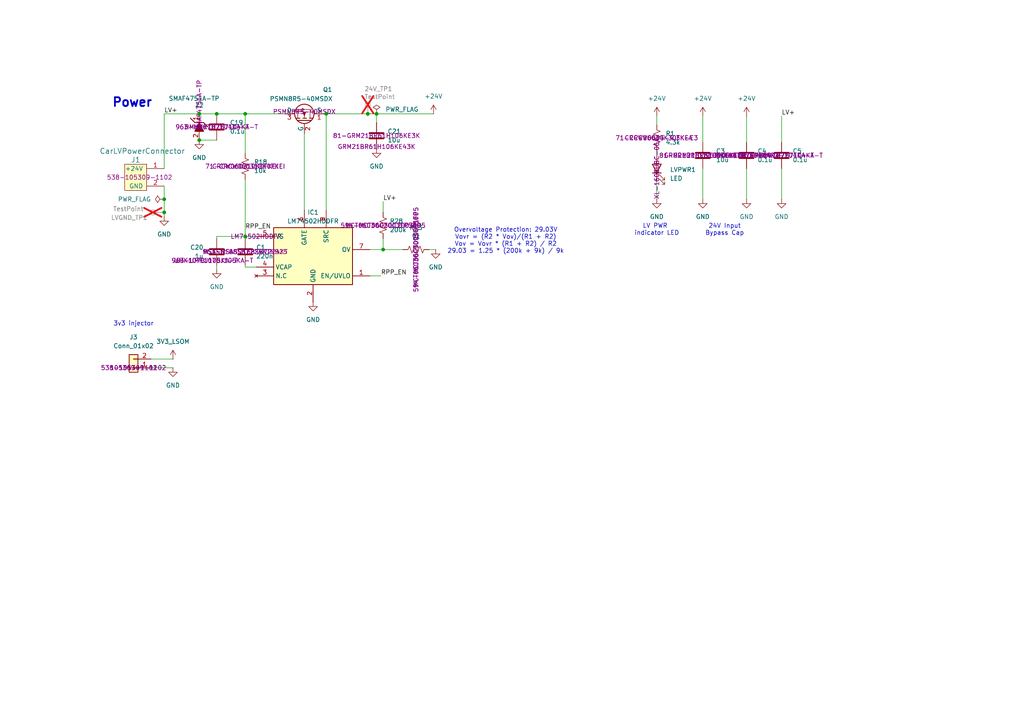
<source format=kicad_sch>
(kicad_sch (version 20250114) (generator "eeschema") (generator_version "9.0")
  (paper "A4")
  (lib_symbols
    (symbol "Connector:TestPoint" (pin_numbers (hide yes)) (pin_names (offset 0.762) (hide yes))
      (property "Reference" "TP" (at 0 6.858 0))
      (property "Value" "TestPoint" (at 0 5.08 0))
      (symbol "TestPoint_0_1"
        (circle (center 0 3.302) (radius 0.762))
      )
      (symbol "TestPoint_1_1"
        (pin passive line (at 0 0 90) (length 2.54) (name "1") (number "1"))
      )
    )
    (symbol "Connector_Generic:Conn_01x02" (pin_names (offset 1.016) (hide yes))
      (property "Reference" "J" (at 0 2.54 0))
      (property "Value" "Conn_01x02" (at 0 -5.08 0))
      (symbol "Conn_01x02_1_1"
        (rectangle (start -1.27 1.27) (end 1.27 -3.81) (stroke (width 0.254)) (fill (type background)))
        (rectangle (start -1.27 0.127) (end 0 -0.127) (stroke (width 0.1524)))
        (rectangle (start -1.27 -2.413) (end 0 -2.667) (stroke (width 0.1524)))
        (pin passive line (at -5.08 0 0) (length 3.81) (name "Pin_1") (number "1"))
        (pin passive line (at -5.08 -2.54 0) (length 3.81) (name "Pin_2") (number "2"))
      )
    )
    (symbol "Device:C" (pin_numbers (hide yes)) (pin_names (offset 0.254))
      (property "Reference" "C" (at 0.635 2.54 0))
      (property "Value" "C" (at 0.635 -2.54 0))
      (symbol "C_0_1"
        (polyline (pts (xy -2.032 0.762) (xy 2.032 0.762)) (stroke (width 0.508)))
        (polyline (pts (xy -2.032 -0.762) (xy 2.032 -0.762)) (stroke (width 0.508)))
      )
      (symbol "C_1_1"
        (pin passive line (at 0 3.81 270) (length 2.794) (name "~") (number "1"))
        (pin passive line (at 0 -3.81 90) (length 2.794) (name "~") (number "2"))
      )
    )
    (symbol "Device:LED" (pin_numbers (hide yes)) (pin_names (offset 1.016) (hide yes))
      (property "Reference" "D" (at 0 2.54 0))
      (property "Value" "LED" (at 0 -2.54 0))
      (symbol "LED_0_1"
        (polyline (pts (xy -3.048 -0.762) (xy -4.572 -2.286) (xy -3.81 -2.286) (xy -4.572 -2.286) (xy -4.572 -1.524)))
        (polyline (pts (xy -1.778 -0.762) (xy -3.302 -2.286) (xy -2.54 -2.286) (xy -3.302 -2.286) (xy -3.302 -1.524)))
        (polyline (pts (xy -1.27 0) (xy 1.27 0)))
        (polyline (pts (xy -1.27 -1.27) (xy -1.27 1.27)) (stroke (width 0.254)))
        (polyline (pts (xy 1.27 -1.27) (xy 1.27 1.27) (xy -1.27 0) (xy 1.27 -1.27)) (stroke (width 0.254)))
      )
      (symbol "LED_1_1"
        (pin passive line (at -3.81 0 0) (length 2.54) (name "K") (number "1"))
        (pin passive line (at 3.81 0 180) (length 2.54) (name "A") (number "2"))
      )
    )
    (symbol "Device:R_US" (pin_numbers (hide yes)) (pin_names (offset 0))
      (property "Reference" "R" (at 2.54 0 90))
      (property "Value" "R_US" (at -2.54 0 90))
      (symbol "R_US_0_1"
        (polyline (pts (xy 0 2.286) (xy 0 2.54)))
        (polyline (pts (xy 0 2.286) (xy 1.016 1.905) (xy 0 1.524) (xy -1.016 1.143) (xy 0 0.762)))
        (polyline (pts (xy 0 0.762) (xy 1.016 0.381) (xy 0 0) (xy -1.016 -0.381) (xy 0 -0.762)))
        (polyline (pts (xy 0 -0.762) (xy 1.016 -1.143) (xy 0 -1.524) (xy -1.016 -1.905) (xy 0 -2.286)))
        (polyline (pts (xy 0 -2.286) (xy 0 -2.54)))
      )
      (symbol "R_US_1_1"
        (pin passive line (at 0 3.81 270) (length 1.27) (name "~") (number "1"))
        (pin passive line (at 0 -3.81 90) (length 1.27) (name "~") (number "2"))
      )
    )
    (symbol "UTSVT_Connectors:CarLVPowerConnector" (pin_names (offset 1.016))
      (property "Reference" "J" (at -0.635 8.255 0))
      (property "Value" "CarLVPowerConnector" (at -0.635 5.715 0))
      (symbol "CarLVPowerConnector_0_1"
        (rectangle (start -3.81 3.81) (end 2.54 -3.81) (fill (type background)))
      )
      (symbol "CarLVPowerConnector_1_1"
        (pin power_out line (at 7.62 2.54 180) (length 5.08) (name "+24V") (number "1"))
        (pin power_out line (at 7.62 -2.54 180) (length 5.08) (name "GND") (number "2"))
      )
    )
    (symbol "UTSVT_ICs:LM74502HDDFR"
      (property "Reference" "IC" (at 29.21 7.62 0))
      (property "Value" "LM74502HDDFR" (at 29.21 5.08 0))
      (symbol "LM74502HDDFR_1_1"
        (rectangle (start 5.08 2.54) (end 27.94 -13.97) (stroke (width 0.254)) (fill (type background)))
        (pin passive line (at 0 0 0) (length 5.08) (name "VS") (number "5"))
        (pin passive line (at 0 -8.89 0) (length 5.08) (name "VCAP") (number "4"))
        (pin no_connect line (at 0 -11.43 0) (length 5.08) (name "N.C") (number "3"))
        (pin passive line (at 13.97 7.62 270) (length 5.08) (name "GATE") (number "6"))
        (pin passive line (at 16.51 -19.05 90) (length 5.08) (name "GND") (number "2"))
        (pin passive line (at 20.32 7.62 270) (length 5.08) (name "SRC") (number "8"))
        (pin passive line (at 33.02 -3.81 180) (length 5.08) (name "OV") (number "7"))
        (pin passive line (at 33.02 -11.43 180) (length 5.08) (name "EN/UVLO") (number "1"))
      )
    )
    (symbol "UTSVT_Power:PSMN8R5-40MSDX" (pin_names (offset 0))
      (property "Reference" "Q" (at -8.128 7.112 0))
      (property "Value" "PSMN8R5-40MSDX" (at -8.255 4.445 0))
      (symbol "PSMN8R5-40MSDX_0_1"
        (polyline (pts (xy -2.54 -1.905) (xy -1.524 -1.905)) (stroke (width 0.254)))
        (polyline (pts (xy -1.905 -2.54) (xy 1.905 -2.54)) (stroke (width 0.254)))
        (polyline (pts (xy -0.635 -1.905) (xy 0.381 -1.905)) (stroke (width 0.254)))
        (polyline (pts (xy 0 0.635) (xy 0.635 0.254) (xy 0.635 1.016) (xy 0 0.635)))
        (circle (center 0 -0.635) (radius 2.794) (stroke (width 0.254)))
        (polyline (pts (xy 0 -1.27) (xy -0.381 -0.254) (xy 0.381 -0.254) (xy 0 -1.27)) (fill (type outline)))
        (polyline (pts (xy 1.27 -1.905) (xy 2.286 -1.905)) (stroke (width 0.254)))
        (polyline (pts (xy 1.905 -1.905) (xy 1.905 0.635) (xy -1.651 0.635) (xy -1.651 -1.905)))
        (polyline (pts (xy 2.54 0) (xy 0 0) (xy 0 -1.778)))
      )
      (symbol "PSMN8R5-40MSDX_1_1"
        (pin passive line (at -5.715 -0.635 0) (length 2.794) (name "S") (number "1"))
        (pin passive line (at 0 -6.35 90) (length 2.794) (name "G") (number "2"))
        (pin passive line (at 5.715 -0.635 180) (length 2.794) (name "D") (number "3"))
      )
    )
    (symbol "UTSVT_Power:SMAF4749A-TP" (pin_names (hide yes))
      (property "Reference" "Z" (at 10.16 8.89 0))
      (property "Value" "SMAF4749A-TP" (at 10.16 6.35 0))
      (symbol "SMAF4749A-TP_1_1"
        (polyline (pts (xy 3.81 -2.54) (xy 5.08 -1.27)) (stroke (width 0.254)))
        (polyline (pts (xy 5.08 1.27) (xy 5.08 -1.27)) (stroke (width 0.254)))
        (polyline (pts (xy 5.08 1.27) (xy 6.35 2.54)) (stroke (width 0.254)))
        (polyline (pts (xy 5.08 0) (xy 7.62 1.27) (xy 7.62 -1.27) (xy 5.08 0)) (stroke (width 0.254)) (fill (type outline)))
        (pin passive line (at 2.54 0 0) (length 2.54) (name "K") (number "1"))
        (pin passive line (at 10.16 0 180) (length 2.54) (name "A") (number "2"))
      )
    )
    (symbol "power:+12V" (power) (pin_numbers (hide yes)) (pin_names (offset 0) (hide yes))
      (property "Value" "+12V" (at 0 3.556 0))
      (symbol "+12V_0_1"
        (polyline (pts (xy -0.762 1.27) (xy 0 2.54)))
        (polyline (pts (xy 0 2.54) (xy 0.762 1.27)))
        (polyline (pts (xy 0 0) (xy 0 2.54)))
      )
      (symbol "+12V_1_1"
        (pin power_in line (at 0 0 90) (length 0) (name "~") (number "1"))
      )
    )
    (symbol "power:+3V3" (power) (pin_numbers (hide yes)) (pin_names (offset 0) (hide yes))
      (property "Value" "+3V3" (at 0 3.556 0))
      (symbol "+3V3_0_1"
        (polyline (pts (xy -0.762 1.27) (xy 0 2.54)))
        (polyline (pts (xy 0 2.54) (xy 0.762 1.27)))
        (polyline (pts (xy 0 0) (xy 0 2.54)))
      )
      (symbol "+3V3_1_1"
        (pin power_in line (at 0 0 90) (length 0) (name "~") (number "1"))
      )
    )
    (symbol "power:GND" (power) (pin_numbers (hide yes)) (pin_names (offset 0) (hide yes))
      (property "Value" "GND" (at 0 -3.81 0))
      (symbol "GND_0_1"
        (polyline (pts (xy 0 0) (xy 0 -1.27) (xy 1.27 -1.27) (xy 0 -2.54) (xy -1.27 -1.27) (xy 0 -1.27)))
      )
      (symbol "GND_1_1"
        (pin power_in line (at 0 0 270) (length 0) (name "~") (number "1"))
      )
    )
    (symbol "power:PWR_FLAG" (power) (pin_numbers (hide yes)) (pin_names (offset 0) (hide yes))
      (property "Value" "PWR_FLAG" (at 0 3.81 0))
      (symbol "PWR_FLAG_0_0"
        (pin power_out line (at 0 0 90) (length 0) (name "~") (number "1"))
      )
      (symbol "PWR_FLAG_0_1"
        (polyline (pts (xy 0 0) (xy 0 1.27) (xy -1.016 1.905) (xy 0 2.54) (xy 1.016 1.905) (xy 0 1.27)))
      )
    )
  )
  (text "Overvoltage Protection: 29.03V\nVovr = (R2 * Vov)/(R1 + R2)\nVov = Vovr * (R1 + R2) / R2\n29.03 = 1.25 * (200k + 9k) / 9k" (at 146.685 69.85 0) (effects (font (size 1.27 1.27))))
  (text "3v3 injector" (at 38.735 93.98 0) (effects (font (size 1.27 1.27))))
  (text "LV PWR \nindicator LED" (at 190.5 66.675 0) (effects (font (size 1.27 1.27))))
  (text "24V Input\nBypass Cap" (at 210.185 66.675 0) (effects (font (size 1.27 1.27))))
  (text "Power" (at 38.354 29.845 0) (effects (font (size 2.54 2.54) (thickness 0.508) (bold yes))))
  (junction (at 47.625 61.595))
  (junction (at 109.22 33.02))
  (junction (at 47.625 57.785))
  (junction (at 71.12 68.58))
  (junction (at 57.785 33.02))
  (junction (at 106.68 33.02))
  (junction (at 62.865 33.02))
  (junction (at 111.125 72.39))
  (junction (at 71.12 33.02))
  (junction (at 57.785 40.64))
  (junction (at 94.615 33.02))
  (wire (pts (xy 47.625 33.02) (xy 57.785 33.02)))
  (wire (pts (xy 57.785 40.64) (xy 62.865 40.64)))
  (wire (pts (xy 94.615 33.02) (xy 94.615 60.96)))
  (wire (pts (xy 47.625 53.975) (xy 47.625 57.785)))
  (wire (pts (xy 62.865 68.58) (xy 62.865 69.215)))
  (wire (pts (xy 203.835 48.895) (xy 203.835 57.785)))
  (wire (pts (xy 47.625 57.785) (xy 47.625 61.595)))
  (wire (pts (xy 71.12 68.58) (xy 71.12 69.215)))
  (wire (pts (xy 93.98 33.02) (xy 94.615 33.02)))
  (wire (pts (xy 109.22 33.02) (xy 109.22 35.56)))
  (wire (pts (xy 216.535 33.655) (xy 216.535 41.275)))
  (wire (pts (xy 190.5 52.705) (xy 190.5 57.785)))
  (wire (pts (xy 57.785 33.02) (xy 62.865 33.02)))
  (wire (pts (xy 47.625 62.865) (xy 47.625 61.595)))
  (wire (pts (xy 190.5 43.815) (xy 190.5 45.085)))
  (wire (pts (xy 111.125 72.39) (xy 116.84 72.39)))
  (wire (pts (xy 106.68 33.02) (xy 109.22 33.02)))
  (wire (pts (xy 47.625 33.02) (xy 47.625 48.895)))
  (wire (pts (xy 107.315 80.01) (xy 110.49 80.01)))
  (wire (pts (xy 111.125 58.42) (xy 111.125 61.595)))
  (wire (pts (xy 216.535 48.895) (xy 216.535 57.785)))
  (wire (pts (xy 62.865 68.58) (xy 71.12 68.58)))
  (wire (pts (xy 88.265 38.735) (xy 88.265 60.96)))
  (wire (pts (xy 43.815 106.68) (xy 50.165 106.68)))
  (wire (pts (xy 109.22 33.02) (xy 125.73 33.02)))
  (wire (pts (xy 71.12 77.47) (xy 74.295 77.47)))
  (wire (pts (xy 43.815 104.14) (xy 50.165 104.14)))
  (wire (pts (xy 190.5 33.655) (xy 190.5 36.195)))
  (wire (pts (xy 71.12 33.02) (xy 82.55 33.02)))
  (wire (pts (xy 71.12 44.45) (xy 71.12 33.02)))
  (wire (pts (xy 71.12 76.835) (xy 71.12 77.47)))
  (wire (pts (xy 106.68 33.02) (xy 106.68 33.655)))
  (wire (pts (xy 111.125 69.215) (xy 111.125 72.39)))
  (wire (pts (xy 62.865 76.835) (xy 62.865 78.105)))
  (wire (pts (xy 62.865 33.02) (xy 71.12 33.02)))
  (wire (pts (xy 203.835 33.655) (xy 203.835 41.275)))
  (wire (pts (xy 94.615 33.02) (xy 106.68 33.02)))
  (wire (pts (xy 107.315 72.39) (xy 111.125 72.39)))
  (wire (pts (xy 71.12 52.07) (xy 71.12 68.58)))
  (wire (pts (xy 71.12 68.58) (xy 74.295 68.58)))
  (wire (pts (xy 226.695 48.895) (xy 226.695 57.785)))
  (wire (pts (xy 226.695 33.655) (xy 226.695 41.275)))
  (wire (pts (xy 124.46 72.39) (xy 126.365 72.39)))
  (label "LV+" (at 47.625 33.02 0))
  (label "RPP_EN" (at 110.49 80.01 0))
  (label "RPP_EN" (at 71.12 66.675 0))
  (label "LV+" (at 111.125 58.42 0))
  (label "LV+" (at 226.695 33.655 0))
  (symbol (lib_id "Device:C") (at 71.12 73.025 0) (mirror y) (unit 1)
    (property "Reference" "C1" (at 74.295 71.7549 0) (effects (justify right)))
    (property "Value" "220n" (at 74.295 74.2949 0) (effects (justify right)))
    (property "Footprint" "Capacitor_SMD:C_0603_1608Metric" (effects (hide yes)))
    (property "Description" "Unpolarized capacitor" (effects (hide yes)))
    (property "P/N" "MSASU168SB7224KTNB25" (at 71.12 73.025 0))
    (property "Mouser Part Number" "963-MSASU168SB7224KT" (at 71.12 73.025 0))
  )
  (symbol (lib_id "power:GND") (at 47.625 62.865 0) (unit 1)
    (property "Reference" "#PWR03" (effects (hide yes)))
    (property "Value" "GND" (at 47.625 67.945 0))
    (property "Description" "Power symbol creates a global label with name \"GND\" , ground" (effects (hide yes)))
  )
  (symbol (lib_id "power:GND") (at 50.165 106.68 0) (unit 1)
    (property "Reference" "#PWR045" (effects (hide yes)))
    (property "Value" "GND" (at 50.165 111.76 0))
    (property "Description" "Power symbol creates a global label with name \"GND\" , ground" (effects (hide yes)))
  )
  (symbol (lib_id "power:+12V") (at 216.535 33.655 0) (unit 1)
    (property "Reference" "#PWR019" (effects (hide yes)))
    (property "Value" "+24V" (at 216.535 28.575 0))
    (property "Description" "Power symbol creates a global label with name \"+12V\"" (effects (hide yes)))
  )
  (symbol (lib_id "Device:R_US") (at 71.12 48.26 0) (unit 1)
    (property "Reference" "R18" (at 73.66 46.9899 0) (effects (justify left)))
    (property "Value" "10k" (at 73.66 49.5299 0) (effects (justify left)))
    (property "Footprint" "Resistor_SMD:R_0603_1608Metric" (effects (hide yes)))
    (property "Description" "Resistor, US symbol" (effects (hide yes)))
    (property "P/N" "CRCW060310K0FKEI" (at 71.12 48.26 0))
    (property "Mouser Part Number" "71-CRCW060310K0FKEI" (at 71.12 48.26 0))
  )
  (symbol (lib_id "UTSVT_Power:PSMN8R5-40MSDX") (at 88.265 32.385 0) (mirror y) (unit 1)
    (property "Reference" "Q1" (at 96.393 25.273 0) (effects (justify left top)))
    (property "Value" "PSMN8R5-40MSDX" (at 96.52 27.94 0) (effects (justify left top)))
    (property "Footprint" "UTSVT_Power:PSMN8R5-40MSDX" (effects (hide yes)))
    (property "Datasheet" "https://assets.nexperia.com/documents/data-sheet/PSMN8R5-40MSD.pdf" (effects (hide yes)))
    (property "Description" "MOSFETs PSMN8R5-40MSD/SOT1210/mLFPAK" (effects (hide yes)))
    (property "Height" "1" (effects (hide yes)))
    (property "Mouser Part Number" "771-PSMN8R5-40MSDX" (effects (hide yes)))
    (property "Mouser Price/Stock" "https://www.mouser.co.uk/ProductDetail/Nexperia/PSMN8R5-40MSDX?qs=vHuUswq2%252BswjdnYdBdHaPw%3D%3D" (effects (hide yes)))
    (property "Manufacturer_Name" "Nexperia" (effects (hide yes)))
    (property "Manufacturer_Part_Number" "PSMN8R5-40MSDX" (effects (hide yes)))
    (property "P/N" "PSMN8R5-40MSDX" (at 88.265 32.385 0))
  )
  (symbol (lib_id "power:GND") (at 203.835 57.785 0) (unit 1)
    (property "Reference" "#PWR018" (effects (hide yes)))
    (property "Value" "GND" (at 203.835 62.865 0))
    (property "Description" "Power symbol creates a global label with name \"GND\" , ground" (effects (hide yes)))
  )
  (symbol (lib_id "Device:C") (at 226.695 45.085 0) (unit 1)
    (property "Reference" "C5" (at 229.87 43.8149 0) (effects (justify left)))
    (property "Value" "0.1u" (at 229.87 46.3549 0) (effects (justify left)))
    (property "Footprint" "Capacitor_SMD:C_0603_1608Metric" (effects (hide yes)))
    (property "Description" "Unpolarized capacitor" (effects (hide yes)))
    (property "P/N" "HMK107B7104KA-T" (at 226.695 45.085 0))
    (property "Mouser Part Number" "963-HMK107B7104KA-T" (at 226.695 45.085 0))
  )
  (symbol (lib_id "Device:C") (at 62.865 36.83 0) (unit 1)
    (property "Reference" "C19" (at 66.675 35.5599 0) (effects (justify left)))
    (property "Value" "0.1u" (at 66.675 38.0999 0) (effects (justify left)))
    (property "Footprint" "Capacitor_SMD:C_0603_1608Metric" (effects (hide yes)))
    (property "Description" "Unpolarized capacitor" (effects (hide yes)))
    (property "P/N" "HMK107B7104KA-T" (at 62.865 36.83 0))
    (property "Mouser Part Number" "963-HMK107B7104KA-T" (at 62.865 36.83 0))
  )
  (symbol (lib_id "power:+12V") (at 203.835 33.655 0) (unit 1)
    (property "Reference" "#PWR017" (effects (hide yes)))
    (property "Value" "+24V" (at 203.835 28.575 0))
    (property "Description" "Power symbol creates a global label with name \"+12V\"" (effects (hide yes)))
  )
  (symbol (lib_id "Connector:TestPoint") (at 47.625 61.595 90) (unit 1) (in_bom no) (dnp yes)
    (property "Reference" "LVGND_TP1" (at 37.465 63.119 90))
    (property "Value" "TestPoint" (at 37.211 60.579 90))
    (property "Footprint" "UTSVT_Special:TestPoint_HEX_3mmID" (effects (hide yes)))
    (property "Description" "test point" (effects (hide yes)))
  )
  (symbol (lib_id "Connector_Generic:Conn_01x02") (at 38.735 106.68 180) (unit 1)
    (property "Reference" "J3" (at 38.735 97.79 0))
    (property "Value" "Conn_01x02" (at 38.735 100.33 0))
    (property "Footprint" "UTSVT_Connectors:Molex_Nano-Fit_105309-xx02_1x02_P2.50mm_Vertical" (effects (hide yes)))
    (property "Description" "Generic connector, single row, 01x02, script generated (kicad-library-utils/schlib/autogen/connector/)" (effects (hide yes)))
    (property "P/N" "105309-1102" (at 38.735 106.68 0))
    (property "Mouser Part Number" " 538-105309-1102 " (at 38.735 106.68 0))
  )
  (symbol (lib_id "power:+3V3") (at 50.165 104.14 0) (unit 1)
    (property "Reference" "#PWR041" (effects (hide yes)))
    (property "Value" "3V3_LSOM" (at 50.165 99.06 0))
    (property "Description" "Power symbol creates a global label with name \"+3V3\"" (effects (hide yes)))
  )
  (symbol (lib_id "UTSVT_ICs:LM74502HDDFR") (at 74.295 68.58 0) (unit 1)
    (property "Reference" "IC1" (at 90.805 61.595 0))
    (property "Value" "LM74502HDDFR" (at 90.805 64.135 0))
    (property "Footprint" "UTSVT_Power:SOT65P280X110-8N" (effects (hide yes)))
    (property "Datasheet" "https://www.ti.com/lit/ds/symlink/lm74502h.pdf?HQS=dis-mous-null-mousermode-dsf-pf-null-wwe&ts=1659509238199&ref_url=https%253A%252F%252Fwww.mouser.vn%252F" (effects (hide yes)))
    (property "Description" "Hot Swap Voltage Controllers 3.2-V to 65-V industrial RPP controller with load disconnect, OVP, and high gate drive" (effects (hide yes)))
    (property "Height" "1.1" (effects (hide yes)))
    (property "Mouser Part Number" "595-LM74502HDDFR" (effects (hide yes)))
    (property "Mouser Price/Stock" "https://www.mouser.co.uk/ProductDetail/Texas-Instruments/LM74502HDDFR?qs=t7xnP681wgWDbfat8Yg%252B%2Fg%3D%3D" (effects (hide yes)))
    (property "Manufacturer_Name" "Texas Instruments" (effects (hide yes)))
    (property "Manufacturer_Part_Number" "LM74502HDDFR" (effects (hide yes)))
    (property "P/N" "LM74502HDDFR" (at 74.295 68.58 0))
  )
  (symbol (lib_id "power:GND") (at 90.805 87.63 0) (unit 1)
    (property "Reference" "#PWR036" (effects (hide yes)))
    (property "Value" "GND" (at 90.805 92.71 0))
    (property "Description" "Power symbol creates a global label with name \"GND\" , ground" (effects (hide yes)))
  )
  (symbol (lib_id "UTSVT_Power:SMAF4749A-TP") (at 57.785 30.48 270) (unit 1)
    (property "Reference" "Z2" (at 56.515 30.48 90) (effects (justify left)))
    (property "Value" "SMAF4751A-TP" (at 48.895 28.575 90) (effects (justify left)))
    (property "Footprint" "UTSVT_Passives:SODFL5026X125N" (effects (hide yes)))
    (property "Datasheet" "https://www.mccsemi.com/pdf/Products/SMAF4735A_SMAF4764A(DO-221AC).pdf" (effects (hide yes)))
    (property "Description" "1.0 Watt Zener Diodes 6.2V to 100V" (effects (hide yes)))
    (property "Height" "1.25" (effects (hide yes)))
    (property "Mouser Part Number" "833-SMAF4749A-TP" (effects (hide yes)))
    (property "Mouser Price/Stock" "https://www.mouser.co.uk/ProductDetail/Micro-Commercial-Components-MCC/SMAF4749A-TP?qs=%252BXxaIXUDbq1bdSZ3Ebik%2FA%3D%3D" (effects (hide yes)))
    (property "Manufacturer_Name" "MCC" (effects (hide yes)))
    (property "Manufacturer_Part_Number" "SMAF4749A-TP" (effects (hide yes)))
    (property "P/N" "SMAF4751A-TP" (at 57.785 30.48 0))
  )
  (symbol (lib_id "Device:C") (at 216.535 45.085 0) (unit 1)
    (property "Reference" "C4" (at 219.71 43.8149 0) (effects (justify left)))
    (property "Value" "0.1u" (at 219.71 46.3549 0) (effects (justify left)))
    (property "Footprint" "Capacitor_SMD:C_0603_1608Metric" (effects (hide yes)))
    (property "Description" "Unpolarized capacitor" (effects (hide yes)))
    (property "P/N" "HMK107B7104KA-T" (at 216.535 45.085 0))
    (property "Mouser Part Number" "963-HMK107B7104KA-T" (at 216.535 45.085 0))
  )
  (symbol (lib_id "Device:R_US") (at 190.5 40.005 0) (unit 1)
    (property "Reference" "R1" (at 193.04 38.7349 0) (effects (justify left)))
    (property "Value" "4.3k" (at 193.04 41.2749 0) (effects (justify left)))
    (property "Footprint" "Resistor_SMD:R_0603_1608Metric" (effects (hide yes)))
    (property "Description" "Resistor, US symbol" (effects (hide yes)))
    (property "P/N" " CRCW06034K30FKEA" (at 190.5 40.005 0))
    (property "Mouser Part Number" "71-CRCW0603-4.3K-E3" (at 190.5 40.005 0))
  )
  (symbol (lib_id "power:GND") (at 126.365 72.39 0) (unit 1)
    (property "Reference" "#PWR074" (effects (hide yes)))
    (property "Value" "GND" (at 126.365 77.47 0))
    (property "Description" "Power symbol creates a global label with name \"GND\" , ground" (effects (hide yes)))
  )
  (symbol (lib_id "power:PWR_FLAG") (at 47.625 57.785 90) (unit 1)
    (property "Reference" "#FLG02" (effects (hide yes)))
    (property "Value" "PWR_FLAG" (at 43.815 57.7849 90) (effects (justify left)))
    (property "Description" "Special symbol for telling ERC where power comes from" (effects (hide yes)))
  )
  (symbol (lib_id "Device:C") (at 109.22 39.37 0) (unit 1)
    (property "Reference" "C21" (at 112.395 38.0999 0) (effects (justify left)))
    (property "Value" "10u" (at 112.395 40.6399 0) (effects (justify left)))
    (property "Footprint" "Capacitor_SMD:C_0805_2012Metric" (effects (hide yes)))
    (property "Description" "Unpolarized capacitor" (effects (hide yes)))
    (property "P/N" "GRM21BR61H106KE43K" (at 109.22 42.545 0))
    (property "Mouser Part Number" "81-GRM21BR61H106KE3K" (at 109.22 39.37 0))
  )
  (symbol (lib_id "power:GND") (at 190.5 57.785 0) (unit 1)
    (property "Reference" "#PWR014" (effects (hide yes)))
    (property "Value" "GND" (at 190.5 62.865 0))
    (property "Description" "Power symbol creates a global label with name \"GND\" , ground" (effects (hide yes)))
  )
  (symbol (lib_id "power:GND") (at 216.535 57.785 0) (unit 1)
    (property "Reference" "#PWR020" (effects (hide yes)))
    (property "Value" "GND" (at 216.535 62.865 0))
    (property "Description" "Power symbol creates a global label with name \"GND\" , ground" (effects (hide yes)))
  )
  (symbol (lib_id "Connector:TestPoint") (at 106.68 33.655 0) (unit 1) (in_bom no) (dnp yes)
    (property "Reference" "24V_TP1" (at 105.664 25.781 0) (effects (justify left)))
    (property "Value" "TestPoint" (at 105.664 28.067 0) (effects (justify left)))
    (property "Footprint" "UTSVT_Special:TestPoint_HEX_3mmID" (effects (hide yes)))
    (property "Description" "test point" (effects (hide yes)))
  )
  (symbol (lib_id "power:GND") (at 226.695 57.785 0) (unit 1)
    (property "Reference" "#PWR021" (effects (hide yes)))
    (property "Value" "GND" (at 226.695 62.865 0))
    (property "Description" "Power symbol creates a global label with name \"GND\" , ground" (effects (hide yes)))
  )
  (symbol (lib_id "power:+12V") (at 190.5 33.655 0) (unit 1)
    (property "Reference" "#PWR013" (effects (hide yes)))
    (property "Value" "+24V" (at 190.5 28.575 0))
    (property "Description" "Power symbol creates a global label with name \"+12V\"" (effects (hide yes)))
  )
  (symbol (lib_id "Device:R_US") (at 120.65 72.39 90) (unit 1)
    (property "Reference" "R13" (at 120.65 66.04 90))
    (property "Value" "9k" (at 120.65 68.58 90))
    (property "Footprint" "Resistor_SMD:R_0603_1608Metric" (effects (hide yes)))
    (property "Description" "Resistor, US symbol" (effects (hide yes)))
    (property "P/N" "MCT06030C9091FP500" (at 120.65 72.39 0))
    (property "Mouser Part Number" "594-MCT06030C9091FP5" (at 120.65 72.39 0))
  )
  (symbol (lib_id "Device:C") (at 62.865 73.025 0) (mirror x) (unit 1)
    (property "Reference" "C20" (at 59.055 71.7549 0) (effects (justify right)))
    (property "Value" "1u" (at 59.055 74.2949 0) (effects (justify right)))
    (property "Footprint" "Capacitor_SMD:C_0603_1608Metric" (effects (hide yes)))
    (property "Description" "Unpolarized capacitor" (effects (hide yes)))
    (property "P/N" "UMK107BJ105KA-T" (at 59.69 75.565 0))
    (property "Mouser Part Number" "963-UMK107BJ105KA-T" (at 61.595 75.565 0))
  )
  (symbol (lib_id "power:PWR_FLAG") (at 109.22 33.02 0) (unit 1)
    (property "Reference" "#FLG04" (effects (hide yes)))
    (property "Value" "PWR_FLAG" (at 111.76 31.7499 0) (effects (justify left)))
    (property "Description" "Special symbol for telling ERC where power comes from" (effects (hide yes)))
  )
  (symbol (lib_id "Device:C") (at 203.835 45.085 0) (unit 1)
    (property "Reference" "C3" (at 207.645 43.8149 0) (effects (justify left)))
    (property "Value" "10u" (at 207.645 46.3549 0) (effects (justify left)))
    (property "Footprint" "Capacitor_SMD:C_0805_2012Metric" (effects (hide yes)))
    (property "Description" "Unpolarized capacitor" (effects (hide yes)))
    (property "P/N" "GRM21BR61H106KE43K" (at 203.835 45.085 0))
    (property "Mouser Part Number" "81-GRM21BR61H106KE3K" (at 203.835 45.085 0))
  )
  (symbol (lib_id "power:GND") (at 109.22 43.18 0) (unit 1)
    (property "Reference" "#PWR08" (effects (hide yes)))
    (property "Value" "GND" (at 109.22 48.26 0))
    (property "Description" "Power symbol creates a global label with name \"GND\" , ground" (effects (hide yes)))
  )
  (symbol (lib_id "Device:R_US") (at 111.125 65.405 0) (unit 1)
    (property "Reference" "R28" (at 113.03 64.1349 0) (effects (justify left)))
    (property "Value" "200k" (at 113.03 66.6749 0) (effects (justify left)))
    (property "Footprint" "Resistor_SMD:R_0603_1608Metric" (effects (hide yes)))
    (property "Description" "Resistor, US symbol" (effects (hide yes)))
    (property "P/N" "MCT06030C2003FP500" (at 111.125 65.405 0))
    (property "Mouser Part Number" "594-MCT06030C2003FP5" (at 111.125 65.405 0))
  )
  (symbol (lib_id "power:+12V") (at 125.73 33.02 0) (unit 1)
    (property "Reference" "#PWR010" (effects (hide yes)))
    (property "Value" "+24V" (at 125.73 27.94 0))
    (property "Description" "Power symbol creates a global label with name \"+12V\"" (effects (hide yes)))
  )
  (symbol (lib_id "power:GND") (at 57.785 40.64 0) (unit 1)
    (property "Reference" "#PWR076" (effects (hide yes)))
    (property "Value" "GND" (at 57.785 45.72 0))
    (property "Description" "Power symbol creates a global label with name \"GND\" , ground" (effects (hide yes)))
  )
  (symbol (lib_id "Device:LED") (at 190.5 48.895 90) (unit 1)
    (property "Reference" "LVPWR1" (at 194.31 49.2124 90) (effects (justify right)))
    (property "Value" "LED" (at 194.31 51.7524 90) (effects (justify right)))
    (property "Footprint" "LED_SMD:LED_0603_1608Metric" (effects (hide yes)))
    (property "Description" "Light emitting diode" (effects (hide yes)))
    (property "Sim.Pins" "1=K 2=A" (effects (hide yes)))
    (property "P/N" "XL-1608UBC-06A" (at 190.5 48.895 0))
  )
  (symbol (lib_id "power:GND") (at 62.865 78.105 0) (unit 1)
    (property "Reference" "#PWR042" (effects (hide yes)))
    (property "Value" "GND" (at 62.865 83.185 0))
    (property "Description" "Power symbol creates a global label with name \"GND\" , ground" (effects (hide yes)))
  )
  (symbol (lib_id "UTSVT_Connectors:CarLVPowerConnector") (at 40.005 51.435 0) (unit 1)
    (property "Reference" "J1" (at 39.37 46.355 0) (effects (font (size 1.524 1.524))))
    (property "Value" "CarLVPowerConnector" (at 41.275 43.815 0) (effects (font (size 1.524 1.524))))
    (property "Footprint" "UTSVT_Connectors:Molex_Nano-Fit_105309-xx02_1x02_P2.50mm_Vertical" (effects (hide yes)))
    (property "Description" "Connector for the car's 24V power bus" (effects (hide yes)))
    (property "P/N" "105309-1102" (effects (hide yes)))
    (property "Mouser Part Number" " 538-105309-1102" (at 40.005 51.435 0))
  )
)
</source>
